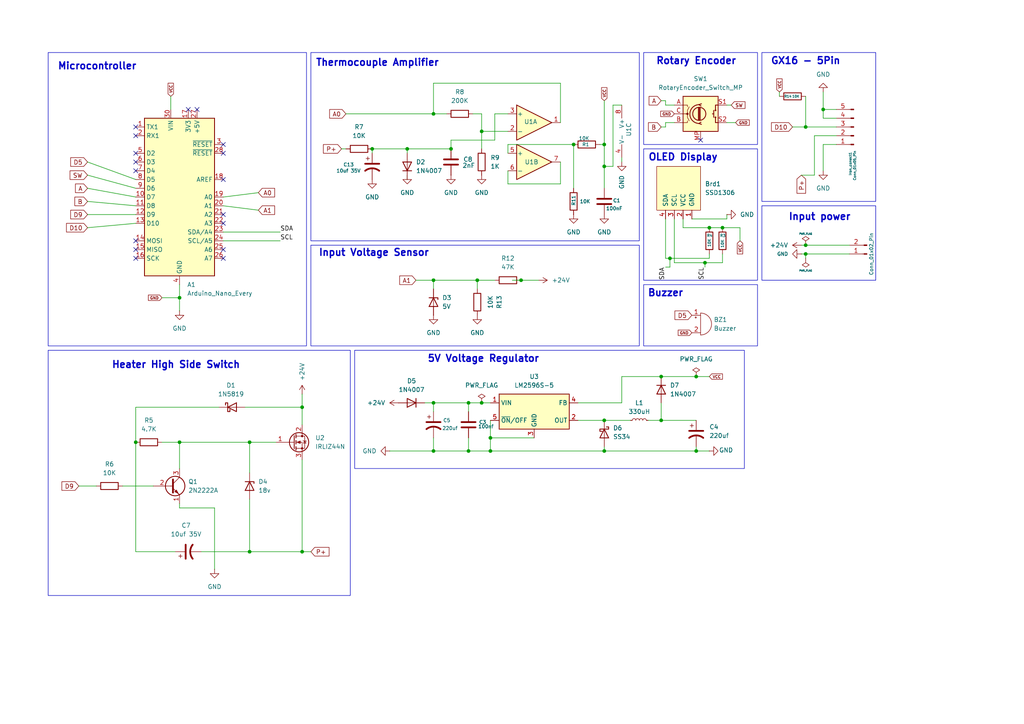
<source format=kicad_sch>
(kicad_sch (version 20231120) (generator "eeschema") (generator_version "8.0")
  (paper "A4")
  (title_block (title "InatorStation"))
  (lib_symbols
    (symbol "Amplifier_Operational:LM358" (pin_names (offset 0.127))
      (property "Reference" "U" (at 0 5.08 0))
      (property "Value" "LM358" (at 0 -5.08 0))
      (symbol "LM358_1_1"
        (pin output line (at 7.62 0 180) (length 2.54) (name "~") (number "1"))
        (pin input line (at -7.62 -2.54 0) (length 2.54) (name "-") (number "2"))
        (pin input line (at -7.62 2.54 0) (length 2.54) (name "+") (number "3"))
      )
      (symbol "LM358_2_1"
        (pin input line (at -7.62 2.54 0) (length 2.54) (name "+") (number "5"))
        (pin input line (at -7.62 -2.54 0) (length 2.54) (name "-") (number "6"))
        (pin output line (at 7.62 0 180) (length 2.54) (name "~") (number "7"))
      )
      (symbol "LM358_3_1"
        (pin power_in line (at -2.54 -7.62 90) (length 3.81) (name "V-") (number "4"))
        (pin power_in line (at -2.54 7.62 270) (length 3.81) (name "V+") (number "8"))
      )
    )
    (symbol "Connector:Conn_01x02_Pin" (pin_names (offset 1.016) hide)
      (property "Reference" "J" (at 0 2.54 0))
      (property "Value" "Conn_01x02_Pin" (at 0 -5.08 0))
      (symbol "Conn_01x02_Pin_1_1"
        (pin passive line (at 5.08 0 180) (length 3.81) (name "Pin_1") (number "1"))
        (pin passive line (at 5.08 -2.54 180) (length 3.81) (name "Pin_2") (number "2"))
      )
    )
    (symbol "Connector:Conn_01x05_Pin" (pin_names (offset 1.016) hide)
      (property "Reference" "J" (at 0 7.62 0))
      (property "Value" "Conn_01x05_Pin" (at 0 -7.62 0))
      (symbol "Conn_01x05_Pin_1_1"
        (pin passive line (at 5.08 5.08 180) (length 3.81) (name "Pin_1") (number "1"))
        (pin passive line (at 5.08 2.54 180) (length 3.81) (name "Pin_2") (number "2"))
        (pin passive line (at 5.08 0 180) (length 3.81) (name "Pin_3") (number "3"))
        (pin passive line (at 5.08 -2.54 180) (length 3.81) (name "Pin_4") (number "4"))
        (pin passive line (at 5.08 -5.08 180) (length 3.81) (name "Pin_5") (number "5"))
      )
    )
    (symbol "Device:Buzzer" (pin_names (offset 0.0254) hide)
      (property "Reference" "BZ" (at 3.81 1.27 0))
      (property "Value" "Buzzer" (at 3.81 -1.27 0))
      (symbol "Buzzer_1_1"
        (pin passive line (at -2.54 2.54 0) (length 2.54) (name "+") (number "1"))
        (pin passive line (at -2.54 -2.54 0) (length 2.54) (name "-") (number "2"))
      )
    )
    (symbol "Device:C" (pin_numbers hide) (pin_names (offset 0.254))
      (property "Reference" "C" (at 0.635 2.54 0))
      (property "Value" "C" (at 0.635 -2.54 0))
      (symbol "C_1_1"
        (pin passive line (at 0 3.81 270) (length 2.794) (name "~") (number "1"))
        (pin passive line (at 0 -3.81 90) (length 2.794) (name "~") (number "2"))
      )
    )
    (symbol "Device:C_Polarized_US" (pin_numbers hide) (pin_names (offset 0.254) hide)
      (property "Reference" "C" (at 0.635 2.54 0))
      (property "Value" "C_Polarized_US" (at 0.635 -2.54 0))
      (symbol "C_Polarized_US_1_1"
        (pin passive line (at 0 3.81 270) (length 2.794) (name "~") (number "1"))
        (pin passive line (at 0 -3.81 90) (length 3.302) (name "~") (number "2"))
      )
    )
    (symbol "Device:D_Zener" (pin_numbers hide) (pin_names (offset 1.016) hide)
      (property "Reference" "D" (at 0 2.54 0))
      (property "Value" "D_Zener" (at 0 -2.54 0))
      (symbol "D_Zener_1_1"
        (pin passive line (at -3.81 0 0) (length 2.54) (name "K") (number "1"))
        (pin passive line (at 3.81 0 180) (length 2.54) (name "A") (number "2"))
      )
    )
    (symbol "Device:L_Small" (pin_numbers hide) (pin_names (offset 0.254) hide)
      (property "Reference" "L" (at 0.762 1.016 0))
      (property "Value" "L_Small" (at 0.762 -1.016 0))
      (symbol "L_Small_1_1"
        (pin passive line (at 0 2.54 270) (length 0.508) (name "~") (number "1"))
        (pin passive line (at 0 -2.54 90) (length 0.508) (name "~") (number "2"))
      )
    )
    (symbol "Device:R" (pin_numbers hide) (pin_names (offset 0))
      (property "Reference" "R" (at 2.032 0 90))
      (property "Value" "R" (at 0 0 90))
      (symbol "R_1_1"
        (pin passive line (at 0 3.81 270) (length 1.27) (name "~") (number "1"))
        (pin passive line (at 0 -3.81 90) (length 1.27) (name "~") (number "2"))
      )
    )
    (symbol "Device:RotaryEncoder_Switch_MP" (pin_names (offset 0.254) hide)
      (property "Reference" "SW" (at 0 8.89 0))
      (property "Value" "RotaryEncoder_Switch_MP" (at 0 6.35 0))
      (symbol "RotaryEncoder_Switch_MP_1_1"
        (pin passive line (at -7.62 2.54 0) (length 2.54) (name "A") (number "A"))
        (pin passive line (at -7.62 -2.54 0) (length 2.54) (name "B") (number "B"))
        (pin passive line (at -7.62 0 0) (length 2.54) (name "C") (number "C"))
        (pin passive line (at 0 -7.62 90) (length 2.54) (name "MP") (number "MP"))
        (pin passive line (at 7.62 2.54 180) (length 2.54) (name "S1") (number "S1"))
        (pin passive line (at 7.62 -2.54 180) (length 2.54) (name "S2") (number "S2"))
      )
    )
    (symbol "Diode:1N4007" (pin_numbers hide) (pin_names hide)
      (property "Reference" "D" (at 0 2.54 0))
      (property "Value" "1N4007" (at 0 -2.54 0))
      (symbol "1N4007_1_1"
        (pin passive line (at -3.81 0 0) (length 2.54) (name "K") (number "1"))
        (pin passive line (at 3.81 0 180) (length 2.54) (name "A") (number "2"))
      )
    )
    (symbol "Diode:1N5819" (pin_numbers hide) (pin_names (offset 1.016) hide)
      (property "Reference" "D" (at 0 2.54 0))
      (property "Value" "1N5819" (at 0 -2.54 0))
      (symbol "1N5819_1_1"
        (pin passive line (at -3.81 0 0) (length 2.54) (name "K") (number "1"))
        (pin passive line (at 3.81 0 180) (length 2.54) (name "A") (number "2"))
      )
    )
    (symbol "Diode:B120-E3" (pin_numbers hide) (pin_names hide)
      (property "Reference" "D" (at 0 2.54 0))
      (property "Value" "B120-E3" (at 0 -2.54 0))
      (symbol "B120-E3_1_1"
        (pin passive line (at -3.81 0 0) (length 2.54) (name "K") (number "1"))
        (pin passive line (at 3.81 0 180) (length 2.54) (name "A") (number "2"))
      )
    )
    (symbol "LM358_1" (pin_names (offset 0.127))
      (property "Reference" "U" (at 0 5.08 0))
      (property "Value" "LM358" (at 0 -5.08 0))
      (symbol "LM358_1_1_1"
        (pin output line (at 7.62 0 180) (length 2.54) (name "~") (number "1"))
        (pin input line (at -7.62 -2.54 0) (length 2.54) (name "-") (number "2"))
        (pin input line (at -7.62 2.54 0) (length 2.54) (name "+") (number "3"))
      )
      (symbol "LM358_1_2_1"
        (pin input line (at -7.62 2.54 0) (length 2.54) (name "+") (number "5"))
        (pin input line (at -7.62 -2.54 0) (length 2.54) (name "-") (number "6"))
        (pin output line (at 7.62 0 180) (length 2.54) (name "~") (number "7"))
      )
      (symbol "LM358_1_3_1"
        (pin power_in line (at -2.54 -7.62 90) (length 3.81) (name "V-") (number "4"))
        (pin power_in line (at -2.54 7.62 270) (length 3.81) (name "V+") (number "8"))
      )
    )
    (symbol "MCU_Module:Arduino_Nano_Every"
      (property "Reference" "A" (at -10.16 23.495 0))
      (property "Value" "Arduino_Nano_Every" (at 5.08 -24.13 0))
      (symbol "Arduino_Nano_Every_1_1"
        (pin bidirectional line (at -12.7 20.32 0) (length 2.54) (name "TX1") (number "1"))
        (pin bidirectional line (at -12.7 0 0) (length 2.54) (name "D7") (number "10"))
        (pin bidirectional line (at -12.7 -2.54 0) (length 2.54) (name "D8") (number "11"))
        (pin bidirectional line (at -12.7 -5.08 0) (length 2.54) (name "D9") (number "12"))
        (pin bidirectional line (at -12.7 -7.62 0) (length 2.54) (name "D10") (number "13"))
        (pin bidirectional line (at -12.7 -12.7 0) (length 2.54) (name "MOSI") (number "14"))
        (pin bidirectional line (at -12.7 -15.24 0) (length 2.54) (name "MISO") (number "15"))
        (pin bidirectional line (at -12.7 -17.78 0) (length 2.54) (name "SCK") (number "16"))
        (pin power_out line (at 2.54 25.4 270) (length 2.54) (name "3V3") (number "17"))
        (pin input line (at 12.7 5.08 180) (length 2.54) (name "AREF") (number "18"))
        (pin bidirectional line (at 12.7 0 180) (length 2.54) (name "A0") (number "19"))
        (pin bidirectional line (at -12.7 17.78 0) (length 2.54) (name "RX1") (number "2"))
        (pin bidirectional line (at 12.7 -2.54 180) (length 2.54) (name "A1") (number "20"))
        (pin bidirectional line (at 12.7 -5.08 180) (length 2.54) (name "A2") (number "21"))
        (pin bidirectional line (at 12.7 -7.62 180) (length 2.54) (name "A3") (number "22"))
        (pin bidirectional line (at 12.7 -10.16 180) (length 2.54) (name "SDA/A4") (number "23"))
        (pin bidirectional line (at 12.7 -12.7 180) (length 2.54) (name "SCL/A5") (number "24"))
        (pin bidirectional line (at 12.7 -15.24 180) (length 2.54) (name "A6") (number "25"))
        (pin bidirectional line (at 12.7 -17.78 180) (length 2.54) (name "A7") (number "26"))
        (pin power_out line (at 5.08 25.4 270) (length 2.54) (name "+5V") (number "27"))
        (pin input line (at 12.7 12.7 180) (length 2.54) (name "~{RESET}") (number "28"))
        (pin passive line (at 0 -25.4 90) (length 2.54) hide (name "GND") (number "29"))
        (pin input line (at 12.7 15.24 180) (length 2.54) (name "~{RESET}") (number "3"))
        (pin power_in line (at -2.54 25.4 270) (length 2.54) (name "VIN") (number "30"))
        (pin power_in line (at 0 -25.4 90) (length 2.54) (name "GND") (number "4"))
        (pin bidirectional line (at -12.7 12.7 0) (length 2.54) (name "D2") (number "5"))
        (pin bidirectional line (at -12.7 10.16 0) (length 2.54) (name "D3") (number "6"))
        (pin bidirectional line (at -12.7 7.62 0) (length 2.54) (name "D4") (number "7"))
        (pin bidirectional line (at -12.7 5.08 0) (length 2.54) (name "D5") (number "8"))
        (pin bidirectional line (at -12.7 2.54 0) (length 2.54) (name "D6") (number "9"))
      )
    )
    (symbol "Regulator_Switching:LM2596S-5"
      (property "Reference" "U" (at -10.16 6.35 0))
      (property "Value" "LM2596S-5" (at 0 6.35 0))
      (symbol "LM2596S-5_1_1"
        (pin power_in line (at -12.7 2.54 0) (length 2.54) (name "VIN") (number "1"))
        (pin output line (at 12.7 -2.54 180) (length 2.54) (name "OUT") (number "2"))
        (pin power_in line (at 0 -7.62 90) (length 2.54) (name "GND") (number "3"))
        (pin input line (at 12.7 2.54 180) (length 2.54) (name "FB") (number "4"))
        (pin input line (at -12.7 -2.54 0) (length 2.54) (name "~{ON}/OFF") (number "5"))
      )
    )
    (symbol "SSD1306-128x64_OLED:SSD1306" (pin_names (offset 1.016))
      (property "Reference" "Brd" (at 0 -3.81 0))
      (property "Value" "SSD1306" (at 0 -1.27 0))
      (symbol "SSD1306_1_1"
        (pin input line (at -3.81 8.89 270) (length 2.54) (name "GND") (number "1"))
        (pin input line (at -1.27 8.89 270) (length 2.54) (name "VCC") (number "2"))
        (pin input line (at 1.27 8.89 270) (length 2.54) (name "SCL") (number "3"))
        (pin input line (at 3.81 8.89 270) (length 2.54) (name "SDA") (number "4"))
      )
    )
    (symbol "Transistor_BJT:PN2222A" (pin_names (offset 0) hide)
      (property "Reference" "Q" (at 5.08 1.905 0))
      (property "Value" "PN2222A" (at 5.08 0 0))
      (symbol "PN2222A_1_1"
        (pin passive line (at 2.54 -5.08 90) (length 2.54) (name "E") (number "1"))
        (pin input line (at -5.08 0 0) (length 5.08) (name "B") (number "2"))
        (pin passive line (at 2.54 5.08 270) (length 2.54) (name "C") (number "3"))
      )
    )
    (symbol "Transistor_FET:IRLIZ44N" (pin_names hide)
      (property "Reference" "Q" (at 5.08 1.905 0))
      (property "Value" "IRLIZ44N" (at 5.08 0 0))
      (symbol "IRLIZ44N_1_1"
        (pin input line (at -5.08 0 0) (length 2.54) (name "G") (number "1"))
        (pin passive line (at 2.54 5.08 270) (length 2.54) (name "D") (number "2"))
        (pin passive line (at 2.54 -5.08 90) (length 2.54) (name "S") (number "3"))
      )
    )
    (symbol "power:+24V" (power) (pin_numbers hide) (pin_names (offset 0) hide)
      (property "Value" "+24V" (at 0 3.556 0))
      (symbol "+24V_1_1"
        (pin power_in line (at 0 0 90) (length 0) (name "~") (number "1"))
      )
    )
    (symbol "power:GND" (power) (pin_numbers hide) (pin_names (offset 0) hide)
      (property "Value" "GND" (at 0 -3.81 0))
      (symbol "GND_1_1"
        (pin power_in line (at 0 0 270) (length 0) (name "~") (number "1"))
      )
    )
    (symbol "power:PWR_FLAG" (power) (pin_numbers hide) (pin_names (offset 0) hide)
      (property "Value" "PWR_FLAG" (at 0 3.81 0))
      (symbol "PWR_FLAG_0_0"
        (pin power_out line (at 0 0 90) (length 0) (name "~") (number "1"))
      )
    )
  )
  (junction (at 87.63 118.11))
  (junction (at 175.26 48.26))
  (junction (at 87.63 160.02))
  (junction (at 52.07 128.27))
  (junction (at 166.37 41.91))
  (junction (at 130.81 43.18))
  (junction (at 175.26 41.91))
  (junction (at 72.39 128.27))
  (junction (at 142.24 130.81))
  (junction (at 175.26 121.92))
  (junction (at 125.73 116.84))
  (junction (at 125.73 130.81))
  (junction (at 125.73 81.28))
  (junction (at 107.95 43.18))
  (junction (at 201.93 130.81))
  (junction (at 39.37 128.27))
  (junction (at 135.89 116.84))
  (junction (at 135.89 130.81))
  (junction (at 233.68 73.66))
  (junction (at 118.11 43.18))
  (junction (at 233.68 36.83))
  (junction (at 175.26 130.81))
  (junction (at 125.73 33.02))
  (junction (at 142.24 127))
  (junction (at 52.07 86.36))
  (junction (at 191.77 121.92))
  (junction (at 191.77 109.22))
  (junction (at 138.43 81.28))
  (junction (at 205.74 66.04))
  (junction (at 233.68 71.12))
  (junction (at 139.7 116.84))
  (junction (at 139.7 38.1))
  (junction (at 201.93 109.22))
  (junction (at 204.47 76.2))
  (junction (at 151.13 81.28))
  (junction (at 72.39 160.02))
  (junction (at 209.55 66.04))
  (junction (at 238.76 31.75))
  (junction (at 194.31 74.93))
  (no_connect (at 39.37 39.37))
  (no_connect (at 64.77 41.91))
  (no_connect (at 64.77 62.23))
  (no_connect (at 64.77 64.77))
  (no_connect (at 39.37 36.83))
  (no_connect (at 54.61 31.75))
  (no_connect (at 64.77 52.07))
  (no_connect (at 39.37 46.99))
  (no_connect (at 64.77 72.39))
  (no_connect (at 39.37 74.93))
  (no_connect (at 39.37 72.39))
  (no_connect (at 203.2 40.64))
  (no_connect (at 39.37 49.53))
  (no_connect (at 39.37 69.85))
  (no_connect (at 57.15 31.75))
  (no_connect (at 64.77 74.93))
  (no_connect (at 64.77 44.45))
  (no_connect (at 39.37 44.45))
  (wire (pts (xy 242.57 41.91) (xy 238.76 41.91)))
  (wire (pts (xy 39.37 128.27) (xy 39.37 160.02)))
  (wire (pts (xy 125.73 81.28) (xy 138.43 81.28)))
  (wire (pts (xy 107.95 43.18) (xy 107.95 44.45)))
  (wire (pts (xy 72.39 160.02) (xy 87.63 160.02)))
  (wire (pts (xy 35.56 140.97) (xy 44.45 140.97)))
  (wire (pts (xy 191.77 36.83) (xy 193.04 36.83)))
  (wire (pts (xy 125.73 130.81) (xy 135.89 130.81)))
  (wire (pts (xy 167.64 121.92) (xy 175.26 121.92)))
  (wire (pts (xy 62.23 147.32) (xy 62.23 165.1)))
  (wire (pts (xy 233.68 73.66) (xy 246.38 73.66)))
  (wire (pts (xy 64.77 59.69) (xy 74.93 60.96)))
  (wire (pts (xy 107.95 43.18) (xy 118.11 43.18)))
  (wire (pts (xy 238.76 31.75) (xy 242.57 31.75)))
  (wire (pts (xy 62.23 147.32) (xy 52.07 147.32)))
  (wire (pts (xy 52.07 147.32) (xy 52.07 146.05)))
  (wire (pts (xy 166.37 41.91) (xy 166.37 54.61)))
  (wire (pts (xy 143.51 33.02) (xy 143.51 40.64)))
  (wire (pts (xy 130.81 40.64) (xy 130.81 43.18)))
  (wire (pts (xy 232.41 73.66) (xy 233.68 73.66)))
  (wire (pts (xy 173.99 41.91) (xy 175.26 41.91)))
  (wire (pts (xy 52.07 90.17) (xy 52.07 86.36)))
  (wire (pts (xy 233.68 73.66) (xy 233.68 74.93)))
  (wire (pts (xy 193.04 36.83) (xy 193.04 35.56)))
  (wire (pts (xy 205.74 74.93) (xy 205.74 73.66)))
  (wire (pts (xy 233.68 36.83) (xy 242.57 36.83)))
  (wire (pts (xy 25.4 54.61) (xy 39.37 57.15)))
  (wire (pts (xy 233.68 71.12) (xy 246.38 71.12)))
  (wire (pts (xy 201.93 109.22) (xy 205.74 109.22)))
  (wire (pts (xy 87.63 118.11) (xy 87.63 123.19)))
  (wire (pts (xy 52.07 86.36) (xy 52.07 82.55)))
  (wire (pts (xy 191.77 116.84) (xy 191.77 121.92)))
  (wire (pts (xy 201.93 130.81) (xy 201.93 129.54)))
  (wire (pts (xy 236.22 50.8) (xy 236.22 39.37)))
  (wire (pts (xy 49.53 27.94) (xy 49.53 31.75)))
  (wire (pts (xy 193.04 35.56) (xy 195.58 35.56)))
  (wire (pts (xy 182.88 121.92) (xy 175.26 121.92)))
  (wire (pts (xy 195.58 76.2) (xy 204.47 76.2)))
  (wire (pts (xy 100.33 33.02) (xy 125.73 33.02)))
  (wire (pts (xy 52.07 128.27) (xy 52.07 135.89)))
  (wire (pts (xy 191.77 29.21) (xy 193.04 29.21)))
  (wire (pts (xy 180.34 116.84) (xy 180.34 109.22)))
  (wire (pts (xy 58.42 160.02) (xy 72.39 160.02)))
  (wire (pts (xy 180.34 109.22) (xy 191.77 109.22)))
  (wire (pts (xy 39.37 160.02) (xy 50.8 160.02)))
  (wire (pts (xy 226.06 26.67) (xy 226.06 27.94)))
  (wire (pts (xy 209.55 66.04) (xy 214.63 66.04)))
  (wire (pts (xy 175.26 41.91) (xy 175.26 48.26)))
  (wire (pts (xy 81.28 67.31) (xy 64.77 67.31)))
  (wire (pts (xy 25.4 58.42) (xy 39.37 59.69)))
  (wire (pts (xy 193.04 63.5) (xy 193.04 74.93)))
  (wire (pts (xy 205.74 66.04) (xy 209.55 66.04)))
  (wire (pts (xy 143.51 40.64) (xy 130.81 40.64)))
  (wire (pts (xy 25.4 46.99) (xy 39.37 52.07)))
  (wire (pts (xy 162.56 24.13) (xy 162.56 35.56)))
  (wire (pts (xy 198.12 66.04) (xy 205.74 66.04)))
  (wire (pts (xy 71.12 118.11) (xy 87.63 118.11)))
  (wire (pts (xy 72.39 128.27) (xy 80.01 128.27)))
  (wire (pts (xy 193.04 74.93) (xy 194.31 74.93)))
  (wire (pts (xy 187.96 121.92) (xy 191.77 121.92)))
  (wire (pts (xy 39.37 118.11) (xy 63.5 118.11)))
  (wire (pts (xy 142.24 127) (xy 142.24 130.81)))
  (wire (pts (xy 142.24 121.92) (xy 142.24 127)))
  (wire (pts (xy 125.73 24.13) (xy 162.56 24.13)))
  (wire (pts (xy 135.89 116.84) (xy 135.89 119.38)))
  (wire (pts (xy 210.82 35.56) (xy 213.36 35.56)))
  (wire (pts (xy 177.8 30.48) (xy 177.8 48.26)))
  (wire (pts (xy 39.37 118.11) (xy 39.37 128.27)))
  (wire (pts (xy 25.4 50.8) (xy 39.37 54.61)))
  (wire (pts (xy 147.32 53.34) (xy 147.32 49.53)))
  (wire (pts (xy 204.47 76.2) (xy 209.55 76.2)))
  (wire (pts (xy 125.73 81.28) (xy 125.73 83.82)))
  (wire (pts (xy 25.4 62.23) (xy 39.37 62.23)))
  (wire (pts (xy 135.89 116.84) (xy 139.7 116.84)))
  (wire (pts (xy 46.99 128.27) (xy 52.07 128.27)))
  (wire (pts (xy 177.8 48.26) (xy 175.26 48.26)))
  (wire (pts (xy 64.77 57.15) (xy 74.93 55.88)))
  (wire (pts (xy 25.4 66.04) (xy 39.37 64.77)))
  (wire (pts (xy 125.73 127) (xy 125.73 130.81)))
  (wire (pts (xy 175.26 129.54) (xy 175.26 130.81)))
  (wire (pts (xy 72.39 144.78) (xy 72.39 160.02)))
  (wire (pts (xy 125.73 116.84) (xy 135.89 116.84)))
  (wire (pts (xy 238.76 41.91) (xy 238.76 49.53)))
  (wire (pts (xy 123.19 116.84) (xy 125.73 116.84)))
  (wire (pts (xy 204.47 76.2) (xy 204.47 77.47)))
  (wire (pts (xy 130.81 43.18) (xy 118.11 43.18)))
  (wire (pts (xy 135.89 127) (xy 135.89 130.81)))
  (wire (pts (xy 200.66 63.5) (xy 210.82 63.5)))
  (wire (pts (xy 139.7 116.84) (xy 142.24 116.84)))
  (wire (pts (xy 175.26 29.21) (xy 175.26 41.91)))
  (wire (pts (xy 162.56 53.34) (xy 162.56 46.99)))
  (wire (pts (xy 212.09 30.48) (xy 210.82 30.48)))
  (wire (pts (xy 52.07 128.27) (xy 72.39 128.27)))
  (wire (pts (xy 147.32 33.02) (xy 143.51 33.02)))
  (wire (pts (xy 238.76 31.75) (xy 238.76 26.67)))
  (wire (pts (xy 193.04 30.48) (xy 195.58 30.48)))
  (wire (pts (xy 148.59 81.28) (xy 151.13 81.28)))
  (wire (pts (xy 125.73 33.02) (xy 125.73 24.13)))
  (wire (pts (xy 87.63 114.3) (xy 87.63 118.11)))
  (wire (pts (xy 87.63 133.35) (xy 87.63 160.02)))
  (wire (pts (xy 167.64 116.84) (xy 180.34 116.84)))
  (wire (pts (xy 232.41 71.12) (xy 233.68 71.12)))
  (wire (pts (xy 193.04 77.47) (xy 194.31 77.47)))
  (wire (pts (xy 138.43 81.28) (xy 143.51 81.28)))
  (wire (pts (xy 195.58 63.5) (xy 195.58 76.2)))
  (wire (pts (xy 139.7 38.1) (xy 139.7 43.18)))
  (wire (pts (xy 214.63 66.04) (xy 214.63 69.85)))
  (wire (pts (xy 81.28 69.85) (xy 64.77 69.85)))
  (wire (pts (xy 120.65 81.28) (xy 125.73 81.28)))
  (wire (pts (xy 232.41 50.8) (xy 236.22 50.8)))
  (wire (pts (xy 118.11 44.45) (xy 118.11 43.18)))
  (wire (pts (xy 175.26 48.26) (xy 175.26 54.61)))
  (wire (pts (xy 201.93 130.81) (xy 205.74 130.81)))
  (wire (pts (xy 125.73 33.02) (xy 129.54 33.02)))
  (wire (pts (xy 87.63 160.02) (xy 90.17 160.02)))
  (wire (pts (xy 147.32 53.34) (xy 162.56 53.34)))
  (wire (pts (xy 118.11 52.07) (xy 118.11 50.8)))
  (wire (pts (xy 147.32 38.1) (xy 139.7 38.1)))
  (wire (pts (xy 142.24 130.81) (xy 175.26 130.81)))
  (wire (pts (xy 175.26 130.81) (xy 201.93 130.81)))
  (wire (pts (xy 135.89 130.81) (xy 142.24 130.81)))
  (wire (pts (xy 210.82 63.5) (xy 210.82 62.23)))
  (wire (pts (xy 99.06 43.18) (xy 100.33 43.18)))
  (wire (pts (xy 22.86 140.97) (xy 27.94 140.97)))
  (wire (pts (xy 125.73 116.84) (xy 125.73 119.38)))
  (wire (pts (xy 46.99 86.36) (xy 52.07 86.36)))
  (wire (pts (xy 233.68 27.94) (xy 233.68 36.83)))
  (wire (pts (xy 113.03 130.81) (xy 125.73 130.81)))
  (wire (pts (xy 238.76 34.29) (xy 238.76 31.75)))
  (wire (pts (xy 137.16 33.02) (xy 139.7 33.02)))
  (wire (pts (xy 242.57 34.29) (xy 238.76 34.29)))
  (wire (pts (xy 142.24 127) (xy 154.94 127)))
  (wire (pts (xy 151.13 81.28) (xy 156.21 81.28)))
  (wire (pts (xy 193.04 29.21) (xy 193.04 30.48)))
  (wire (pts (xy 180.34 30.48) (xy 177.8 30.48)))
  (wire (pts (xy 191.77 109.22) (xy 201.93 109.22)))
  (wire (pts (xy 198.12 63.5) (xy 198.12 66.04)))
  (wire (pts (xy 180.34 46.99) (xy 180.34 45.72)))
  (wire (pts (xy 229.87 36.83) (xy 233.68 36.83)))
  (wire (pts (xy 72.39 128.27) (xy 72.39 137.16)))
  (wire (pts (xy 194.31 77.47) (xy 194.31 74.93)))
  (wire (pts (xy 209.55 76.2) (xy 209.55 73.66)))
  (wire (pts (xy 138.43 83.82) (xy 138.43 81.28)))
  (wire (pts (xy 191.77 121.92) (xy 201.93 121.92)))
  (wire (pts (xy 139.7 33.02) (xy 139.7 38.1)))
  (wire (pts (xy 147.32 44.45) (xy 147.32 41.91)))
  (wire (pts (xy 194.31 74.93) (xy 205.74 74.93)))
  (wire (pts (xy 236.22 39.37) (xy 242.57 39.37)))
  (wire (pts (xy 147.32 41.91) (xy 166.37 41.91)))
  (rectangle (start 186.69 82.55) (end 219.71 100.33))
  (rectangle (start 90.17 15.24) (end 185.42 69.85))
  (rectangle (start 186.69 15.24) (end 219.71 41.91))
  (rectangle (start 220.98 59.69) (end 254 81.28))
  (rectangle (start 13.97 15.24) (end 88.9 100.33))
  (rectangle (start 13.97 101.6) (end 101.6 172.72))
  (rectangle (start 102.87 101.6) (end 215.9 135.89))
  (rectangle (start 220.98 15.24) (end 254 58.42))
  (rectangle (start 90.17 71.12) (end 185.42 100.33))
  (rectangle (start 186.69 43.18) (end 219.71 81.28))
  (text "Rotary Encoder" (at 201.93 17.78 0) (effects (font (size 2 2) (thickness 0.4) (bold yes))))
  (text "Microcontroller" (at 28.194 19.304 0) (effects (font (size 2 2) (thickness 0.4) (bold yes))))
  (text "Thermocouple Amplifier" (at 109.474 18.288 0) (effects (font (size 2 2) (thickness 0.4) (bold yes))))
  (text "GX16 - 5Pin" (at 233.68 17.78 0) (effects (font (size 2 2) (thickness 0.4) (bold yes))))
  (text "OLED Display" (at 198.12 45.72 0) (effects (font (size 2 2) (thickness 0.4) (bold yes))))
  (text "Buzzer" (at 193.04 85.09 0) (effects (font (size 2 2) (thickness 0.4) (bold yes))))
  (text "Heater High Side Switch" (at 51.054 105.918 0) (effects (font (size 2 2) (thickness 0.4) (bold yes))))
  (text "5V Voltage Regulator" (at 140.208 104.14 0) (effects (font (size 2 2) (thickness 0.4) (bold yes))))
  (text "Input power" (at 237.744 62.992 0) (effects (font (size 2 2) (thickness 0.4) (bold yes))))
  (text "Input Voltage Sensor" (at 108.458 73.406 0) (effects (font (size 2 2) (thickness 0.4) (bold yes))))
  (label "SCL" (at 81.28 69.85 0))
  (label "SDA" (at 81.28 67.31 0))
  (label "SDA" (at 193.04 77.47 270))
  (label "SCL" (at 204.47 77.47 270))
  (global_label "SW" (shape input) (at 212.09 30.48 0) (effects (font (size 1 1))) (property "Intersheetrefs" "${INTERSHEET_REFS}" (effects (hide yes))))
  (global_label "GND" (shape input) (at 195.58 33.02 180) (effects (font (size 0.8 0.8))) (property "Intersheetrefs" "${INTERSHEET_REFS}" (effects (hide yes))))
  (global_label "GND" (shape input) (at 200.66 96.52 180) (effects (font (size 0.8 0.8))) (property "Intersheetrefs" "${INTERSHEET_REFS}" (effects (hide yes))))
  (global_label "D5" (shape input) (at 25.4 46.99 180) (property "Intersheetrefs" "${INTERSHEET_REFS}" (effects (hide yes))))
  (global_label "SW" (shape input) (at 25.4 50.8 180) (property "Intersheetrefs" "${INTERSHEET_REFS}" (effects (hide yes))))
  (global_label "A" (shape input) (at 191.77 29.21 180) (property "Intersheetrefs" "${INTERSHEET_REFS}" (effects (hide yes))))
  (global_label "B" (shape input) (at 191.77 36.83 180) (property "Intersheetrefs" "${INTERSHEET_REFS}" (effects (hide yes))))
  (global_label "A0" (shape input) (at 74.93 55.88 0) (property "Intersheetrefs" "${INTERSHEET_REFS}" (effects (hide yes))))
  (global_label "VCC" (shape input) (at 205.74 109.22 0) (effects (font (size 0.8 0.8))) (property "Intersheetrefs" "${INTERSHEET_REFS}" (effects (hide yes))))
  (global_label "A1" (shape input) (at 74.93 60.96 0) (property "Intersheetrefs" "${INTERSHEET_REFS}" (effects (hide yes))))
  (global_label "D10" (shape input) (at 229.87 36.83 180) (property "Intersheetrefs" "${INTERSHEET_REFS}" (effects (hide yes))))
  (global_label "GND" (shape input) (at 213.36 35.56 0) (effects (font (size 0.8 0.8))) (property "Intersheetrefs" "${INTERSHEET_REFS}" (effects (hide yes))))
  (global_label "P+" (shape input) (at 99.06 43.18 180) (property "Intersheetrefs" "${INTERSHEET_REFS}" (effects (hide yes))))
  (global_label "P+" (shape input) (at 232.41 50.8 270) (property "Intersheetrefs" "${INTERSHEET_REFS}" (effects (hide yes))))
  (global_label "P+" (shape input) (at 90.17 160.02 0) (property "Intersheetrefs" "${INTERSHEET_REFS}" (effects (hide yes))))
  (global_label "A0" (shape input) (at 100.33 33.02 180) (property "Intersheetrefs" "${INTERSHEET_REFS}" (effects (hide yes))))
  (global_label "B" (shape input) (at 25.4 58.42 180) (property "Intersheetrefs" "${INTERSHEET_REFS}" (effects (hide yes))))
  (global_label "D10" (shape input) (at 25.4 66.04 180) (property "Intersheetrefs" "${INTERSHEET_REFS}" (effects (hide yes))))
  (global_label "VCC" (shape input) (at 175.26 29.21 90) (effects (font (size 0.8 0.8))) (property "Intersheetrefs" "${INTERSHEET_REFS}" (effects (hide yes))))
  (global_label "D9" (shape input) (at 25.4 62.23 180) (property "Intersheetrefs" "${INTERSHEET_REFS}" (effects (hide yes))))
  (global_label "GND" (shape input) (at 46.99 86.36 180) (effects (font (size 0.8 0.8))) (property "Intersheetrefs" "${INTERSHEET_REFS}" (effects (hide yes))))
  (global_label "D9" (shape input) (at 22.86 140.97 180) (property "Intersheetrefs" "${INTERSHEET_REFS}" (effects (hide yes))))
  (global_label "VCC" (shape input) (at 226.06 26.67 90) (effects (font (size 0.8 0.8))) (property "Intersheetrefs" "${INTERSHEET_REFS}" (effects (hide yes))))
  (global_label "D5" (shape input) (at 200.66 91.44 180) (property "Intersheetrefs" "${INTERSHEET_REFS}" (effects (hide yes))))
  (global_label "A" (shape input) (at 25.4 54.61 180) (property "Intersheetrefs" "${INTERSHEET_REFS}" (effects (hide yes))))
  (global_label "A1" (shape input) (at 120.65 81.28 180) (property "Intersheetrefs" "${INTERSHEET_REFS}" (effects (hide yes))))
  (global_label "VCC" (shape input) (at 214.63 69.85 270) (effects (font (size 0.8 0.8))) (property "Intersheetrefs" "${INTERSHEET_REFS}" (effects (hide yes))))
  (global_label "VCC" (shape input) (at 49.53 27.94 90) (effects (font (size 0.8 0.8))) (property "Intersheetrefs" "${INTERSHEET_REFS}" (effects (hide yes))))
  (symbol (lib_id "Device:C") (at 135.89 123.19 0) (unit 1)
    (property "Reference" "C3" (at 138.938 122.428 0) (effects (font (size 1 1)) (justify left)))
    (property "Value" "100nf" (at 138.684 123.698 0) (effects (font (size 1 1)) (justify left)))
    (property "Footprint" "Capacitor_SMD:C_1206_3216Metric" (effects (hide yes)))
    (property "Description" "Unpolarized capacitor" (effects (hide yes)))
  )
  (symbol (lib_id "Device:R") (at 170.18 41.91 90) (unit 1)
    (property "Reference" "R1" (at 170.942 41.91 90) (effects (font (size 1 1)) (justify left)))
    (property "Value" "10K" (at 170.942 40.132 90) (effects (font (size 1 1)) (justify left)))
    (property "Footprint" "Resistor_SMD:R_1206_3216Metric" (effects (hide yes)))
    (property "Description" "Resistor" (effects (hide yes)))
  )
  (symbol (lib_id "power:GND") (at 139.7 50.8 0) (unit 1)
    (property "Reference" "#PWR012" (effects (hide yes)))
    (property "Value" "GND" (at 139.7 55.88 0))
    (property "Description" "Power symbol creates a global label with name \"GND\" , ground" (effects (hide yes)))
  )
  (symbol (lib_id "power:GND") (at 113.03 130.81 270) (unit 1)
    (property "Reference" "#PWR02" (effects (hide yes)))
    (property "Value" "GND" (at 109.22 130.8099 90) (effects (justify right)))
    (property "Description" "Power symbol creates a global label with name \"GND\" , ground" (effects (hide yes)))
  )
  (symbol (lib_id "Device:R") (at 138.43 87.63 180) (unit 1)
    (property "Reference" "R13" (at 144.78 87.63 90))
    (property "Value" "10K" (at 142.24 87.63 90))
    (property "Footprint" "Resistor_SMD:R_1206_3216Metric" (effects (hide yes)))
    (property "Description" "Resistor" (effects (hide yes)))
  )
  (symbol (lib_id "power:GND") (at 210.82 62.23 90) (unit 1)
    (property "Reference" "#PWR018" (effects (hide yes)))
    (property "Value" "GND" (at 214.63 62.2299 90) (effects (justify right)))
    (property "Description" "Power symbol creates a global label with name \"GND\" , ground" (effects (hide yes)))
  )
  (symbol (lib_id "Device:C") (at 130.81 46.99 0) (unit 1)
    (property "Reference" "C8" (at 134.366 46.228 0) (effects (justify left)))
    (property "Value" "2nF" (at 134.112 48.006 0) (effects (justify left)))
    (property "Footprint" "Capacitor_SMD:C_1206_3216Metric" (effects (hide yes)))
    (property "Description" "Unpolarized capacitor" (effects (hide yes)))
  )
  (symbol (lib_id "Diode:B120-E3") (at 175.26 125.73 270) (unit 1)
    (property "Reference" "D6" (at 177.8 124.1424 90) (effects (justify left)))
    (property "Value" "SS34" (at 177.8 126.6824 90) (effects (justify left)))
    (property "Footprint" "Diode_SMD:D_SMA" (effects (hide yes)))
    (property "Datasheet" "http://www.vishay.com/docs/88946/b120.pdf" (effects (hide yes)))
    (property "Description" "20V 1A Schottky Barrier Rectifier Diode, SMA(DO-214AC)" (effects (hide yes)))
  )
  (symbol (lib_id "power:GND") (at 238.76 26.67 180) (unit 1)
    (property "Reference" "#PWR023" (effects (hide yes)))
    (property "Value" "GND" (at 238.76 21.59 0))
    (property "Description" "Power symbol creates a global label with name \"GND\" , ground" (effects (hide yes)))
  )
  (symbol (lib_id "power:GND") (at 175.26 62.23 0) (unit 1)
    (property "Reference" "#PWR021" (effects (hide yes)))
    (property "Value" "GND" (at 175.26 67.31 0))
    (property "Description" "Power symbol creates a global label with name \"GND\" , ground" (effects (hide yes)))
  )
  (symbol (lib_id "MCU_Module:Arduino_Nano_Every") (at 52.07 57.15 0) (unit 1)
    (property "Reference" "A1" (at 54.2641 82.55 0) (effects (justify left)))
    (property "Value" "Arduino_Nano_Every" (at 54.2641 85.09 0) (effects (justify left)))
    (property "Footprint" "Module:Arduino_Nano" (effects (hide yes)))
    (property "Datasheet" "https://content.arduino.cc/assets/NANOEveryV3.0_sch.pdf" (effects (hide yes)))
    (property "Description" "Arduino Nano Every" (effects (hide yes)))
  )
  (symbol (lib_id "power:GND") (at 118.11 50.8 0) (unit 1)
    (property "Reference" "#PWR010" (effects (hide yes)))
    (property "Value" "GND" (at 118.11 55.88 0))
    (property "Description" "Power symbol creates a global label with name \"GND\" , ground" (effects (hide yes)))
  )
  (symbol (lib_id "power:GND") (at 205.74 130.81 90) (unit 1)
    (property "Reference" "#PWR014" (effects (hide yes)))
    (property "Value" "GND" (at 208.534 130.556 90) (effects (justify right)))
    (property "Description" "Power symbol creates a global label with name \"GND\" , ground" (effects (hide yes)))
  )
  (symbol (lib_id "Diode:1N4007") (at 118.11 48.26 90) (unit 1)
    (property "Reference" "D2" (at 120.65 46.9899 90) (effects (justify right)))
    (property "Value" "1N4007" (at 120.65 49.5299 90) (effects (justify right)))
    (property "Footprint" "Diode_SMD:D_SMA" (effects (hide yes)))
    (property "Datasheet" "http://www.vishay.com/docs/88503/1n4001.pdf" (effects (hide yes)))
    (property "Description" "1000V 1A General Purpose Rectifier Diode, DO-41" (effects (hide yes)))
    (property "Sim.Device" "D" (effects (hide yes)))
    (property "Sim.Pins" "1=K 2=A" (effects (hide yes)))
  )
  (symbol (lib_id "power:GND") (at 130.81 50.8 0) (unit 1)
    (property "Reference" "#PWR011" (effects (hide yes)))
    (property "Value" "GND" (at 130.81 55.88 0))
    (property "Description" "Power symbol creates a global label with name \"GND\" , ground" (effects (hide yes)))
  )
  (symbol (lib_id "Device:D_Zener") (at 72.39 140.97 270) (unit 1)
    (property "Reference" "D4" (at 74.93 139.6999 90) (effects (justify left)))
    (property "Value" "18v" (at 74.93 142.2399 90) (effects (justify left)))
    (property "Footprint" "Diode_SMD:D_MiniMELF_Handsoldering" (effects (hide yes)))
    (property "Description" "Zener diode" (effects (hide yes)))
  )
  (symbol (lib_id "Connector:Conn_01x05_Pin") (at 247.65 36.83 180) (unit 1)
    (property "Reference" "Iron_conect1" (at 246.634 47.498 90) (effects (font (size 0.7 0.7))))
    (property "Value" "Conn_01x05_Pin" (at 247.904 48.006 90) (effects (font (size 0.7 0.7))))
    (property "Footprint" "TerminalBlock_MetzConnect:TerminalBlock_MetzConnect_Type101_RT01605HBWC_1x05_P5.08mm_Horizontal" (effects (hide yes)))
    (property "Description" "Generic connector, single row, 01x05, script generated" (effects (hide yes)))
  )
  (symbol (lib_id "Device:C") (at 175.26 58.42 0) (unit 1)
    (property "Reference" "C1" (at 177.8 58.166 0) (effects (font (size 1 1)) (justify left)))
    (property "Value" "100nF" (at 175.768 60.452 0) (effects (font (size 1 1)) (justify left)))
    (property "Footprint" "Capacitor_SMD:C_1206_3216Metric" (effects (hide yes)))
    (property "Description" "Unpolarized capacitor" (effects (hide yes)))
  )
  (symbol (lib_id "Device:D_Zener") (at 125.73 87.63 270) (unit 1)
    (property "Reference" "D3" (at 128.27 86.3599 90) (effects (justify left)))
    (property "Value" "5V" (at 128.27 88.8999 90) (effects (justify left)))
    (property "Footprint" "Diode_SMD:D_MicroMELF_Handsoldering" (effects (hide yes)))
    (property "Description" "Zener diode" (effects (hide yes)))
  )
  (symbol (lib_id "Diode:1N5819") (at 67.31 118.11 0) (unit 1)
    (property "Reference" "D1" (at 66.9925 111.76 0))
    (property "Value" "1N5819" (at 66.9925 114.3 0))
    (property "Footprint" "Diode_SMD:D_SOD-123" (effects (hide yes)))
    (property "Datasheet" "http://www.vishay.com/docs/88525/1n5817.pdf" (effects (hide yes)))
    (property "Description" "40V 1A Schottky Barrier Rectifier Diode, DO-41" (effects (hide yes)))
  )
  (symbol (lib_id "Device:C_Polarized_US") (at 125.73 123.19 0) (unit 1)
    (property "Reference" "C5" (at 128.524 121.92 0) (effects (font (size 1 1)) (justify left)))
    (property "Value" "220uf" (at 128.27 124.206 0) (effects (font (size 1 1)) (justify left)))
    (property "Footprint" "Capacitor_SMD:CP_Elec_8x10" (effects (hide yes)))
    (property "Description" "Polarized capacitor, US symbol" (effects (hide yes)))
  )
  (symbol (lib_id "Transistor_FET:IRLIZ44N") (at 85.09 128.27 0) (unit 1)
    (property "Reference" "U2" (at 91.44 126.9999 0) (effects (justify left)))
    (property "Value" "IRLIZ44N" (at 91.44 129.5399 0) (effects (justify left)))
    (property "Footprint" "Package_TO_SOT_THT:TO-220F-3_Vertical" (effects (hide yes)))
    (property "Datasheet" "http://www.irf.com/product-info/datasheets/data/irliz44n.pdf" (effects (hide yes)))
    (property "Description" "30A Id, 55V Vds, 22mOhm Rds, N-Channel HEXFET Power MOSFET, TO-220AB" (effects (hide yes)))
  )
  (symbol (lib_id "Regulator_Switching:LM2596S-5") (at 154.94 119.38 0) (unit 1)
    (property "Reference" "U3" (at 154.94 109.22 0))
    (property "Value" "LM2596S-5" (at 154.94 111.76 0))
    (property "Footprint" "Package_TO_SOT_SMD:TO-263-5_TabPin3" (effects (hide yes)))
    (property "Datasheet" "http://www.ti.com/lit/ds/symlink/lm2596.pdf" (effects (hide yes)))
    (property "Description" "5V 3A Step-Down Voltage Regulator, TO-263" (effects (hide yes)))
  )
  (symbol (lib_id "power:PWR_FLAG") (at 233.68 74.93 180) (unit 1)
    (property "Reference" "#FLG01" (effects (hide yes)))
    (property "Value" "PWR_FLAG" (at 233.68 78.486 0) (effects (font (size 0.5 0.5))))
    (property "Description" "Special symbol for telling ERC where power comes from" (effects (hide yes)))
  )
  (symbol (lib_id "power:GND") (at 138.43 91.44 0) (unit 1)
    (property "Reference" "#PWR017" (effects (hide yes)))
    (property "Value" "GND" (at 138.43 96.52 0))
    (property "Description" "Power symbol creates a global label with name \"GND\" , ground" (effects (hide yes)))
  )
  (symbol (lib_id "Diode:1N4007") (at 191.77 113.03 270) (unit 1)
    (property "Reference" "D7" (at 194.31 111.7599 90) (effects (justify left)))
    (property "Value" "1N4007" (at 194.31 114.2999 90) (effects (justify left)))
    (property "Footprint" "Diode_SMD:D_SMA" (effects (hide yes)))
    (property "Datasheet" "http://www.vishay.com/docs/88503/1n4001.pdf" (effects (hide yes)))
    (property "Description" "1000V 1A General Purpose Rectifier Diode, DO-41" (effects (hide yes)))
    (property "Sim.Device" "D" (effects (hide yes)))
    (property "Sim.Pins" "1=K 2=A" (effects (hide yes)))
  )
  (symbol (lib_id "Device:R") (at 31.75 140.97 270) (unit 1)
    (property "Reference" "R6" (at 31.75 134.62 90))
    (property "Value" "10K" (at 31.75 137.16 90))
    (property "Footprint" "Resistor_SMD:R_1206_3216Metric" (effects (hide yes)))
    (property "Description" "Resistor" (effects (hide yes)))
  )
  (symbol (lib_id "power:GND") (at 62.23 165.1 0) (unit 1)
    (property "Reference" "#PWR015" (effects (hide yes)))
    (property "Value" "GND" (at 62.23 170.18 0))
    (property "Description" "Power symbol creates a global label with name \"GND\" , ground" (effects (hide yes)))
  )
  (symbol (lib_id "Amplifier_Operational:LM358") (at 182.88 38.1 0) (unit 3)
    (property "Reference" "U1" (at 182.372 37.592 90))
    (property "Value" "LM358" (effects (hide yes)))
    (property "Footprint" "Package_SO:TSSOP-8_3x3mm_P0.65mm" (effects (hide yes)))
    (property "Datasheet" "http://www.ti.com/lit/ds/symlink/lm2904-n.pdf" (effects (hide yes)))
    (property "Description" "Low-Power, Dual Operational Amplifiers, DIP-8/SOIC-8/TO-99-8" (effects (hide yes)))
  )
  (symbol (lib_id "Device:Buzzer") (at 203.2 93.98 0) (unit 1)
    (property "Reference" "BZ1" (at 207.01 92.7099 0) (effects (justify left)))
    (property "Value" "Buzzer" (at 207.01 95.2499 0) (effects (justify left)))
    (property "Footprint" "Buzzer_Beeper:Buzzer_12x9.5RM7.6" (effects (hide yes)))
    (property "Description" "Buzzer, polarized" (effects (hide yes)))
  )
  (symbol (lib_id "Device:C_Polarized_US") (at 107.95 48.26 0) (unit 1)
    (property "Reference" "C13" (at 99.568 47.752 0) (effects (font (size 1 1)) (justify left)))
    (property "Value" "10uf 35V" (at 97.536 49.53 0) (effects (font (size 1 1)) (justify left)))
    (property "Footprint" "Capacitor_SMD:CP_Elec_5x5.7" (effects (hide yes)))
    (property "Description" "Polarized capacitor, US symbol" (effects (hide yes)))
  )
  (symbol (lib_id "Device:R") (at 147.32 81.28 270) (unit 1)
    (property "Reference" "R12" (at 147.32 74.93 90))
    (property "Value" "47K" (at 147.32 77.47 90))
    (property "Footprint" "Resistor_SMD:R_1206_3216Metric" (effects (hide yes)))
    (property "Description" "Resistor" (effects (hide yes)))
  )
  (symbol (lib_id "power:GND") (at 125.73 91.44 0) (unit 1)
    (property "Reference" "#PWR05" (effects (hide yes)))
    (property "Value" "GND" (at 125.73 96.52 0))
    (property "Description" "Power symbol creates a global label with name \"GND\" , ground" (effects (hide yes)))
  )
  (symbol (lib_id "Device:R") (at 229.87 27.94 90) (unit 1)
    (property "Reference" "R14" (at 229.616 27.94 90) (effects (font (size 0.7 0.7)) (justify left)))
    (property "Value" "10K" (at 231.902 27.94 90) (effects (font (size 0.7 0.7)) (justify left)))
    (property "Footprint" "Resistor_SMD:R_1206_3216Metric" (effects (hide yes)))
    (property "Description" "Resistor" (effects (hide yes)))
  )
  (symbol (lib_id "Device:R") (at 209.55 69.85 0) (unit 1)
    (property "Reference" "R3" (at 208.788 68.326 0) (effects (font (size 0.8 0.8)) (justify left)))
    (property "Value" "10K" (at 209.55 71.882 90) (effects (font (size 0.8 0.8)) (justify left)))
    (property "Footprint" "Resistor_SMD:R_1206_3216Metric" (effects (hide yes)))
    (property "Description" "Resistor" (effects (hide yes)))
  )
  (symbol (lib_id "Device:R") (at 133.35 33.02 90) (unit 1)
    (property "Reference" "R8" (at 133.35 26.67 90))
    (property "Value" "200K" (at 133.35 29.21 90))
    (property "Footprint" "Resistor_SMD:R_1206_3216Metric" (effects (hide yes)))
    (property "Description" "Resistor" (effects (hide yes)))
  )
  (symbol (lib_id "power:+24V") (at 156.21 81.28 270) (unit 1)
    (property "Reference" "#PWR026" (effects (hide yes)))
    (property "Value" "+24V" (at 160.02 81.2801 90) (effects (justify left)))
    (property "Description" "Power symbol creates a global label with name \"+24V\"" (effects (hide yes)))
  )
  (symbol (lib_id "power:PWR_FLAG") (at 201.93 109.22 0) (unit 1)
    (property "Reference" "#FLG03" (effects (hide yes)))
    (property "Value" "PWR_FLAG" (at 201.93 104.14 0))
    (property "Description" "Special symbol for telling ERC where power comes from" (effects (hide yes)))
  )
  (symbol (lib_id "power:GND") (at 232.41 73.66 270) (unit 1)
    (property "Reference" "#PWR04" (effects (hide yes)))
    (property "Value" "GND" (at 228.6 73.6599 90) (effects (font (size 1 1)) (justify right)))
    (property "Description" "Power symbol creates a global label with name \"GND\" , ground" (effects (hide yes)))
  )
  (symbol (lib_id "Device:R") (at 104.14 43.18 90) (unit 1)
    (property "Reference" "R7" (at 104.14 36.83 90))
    (property "Value" "10K" (at 104.14 39.37 90))
    (property "Footprint" "Resistor_SMD:R_1206_3216Metric" (effects (hide yes)))
    (property "Description" "Resistor" (effects (hide yes)))
  )
  (symbol (lib_id "power:GND") (at 238.76 49.53 0) (unit 1)
    (property "Reference" "#PWR022" (effects (hide yes)))
    (property "Value" "GND" (at 238.76 54.61 0))
    (property "Description" "Power symbol creates a global label with name \"GND\" , ground" (effects (hide yes)))
  )
  (symbol (lib_id "Device:RotaryEncoder_Switch_MP") (at 203.2 33.02 0) (unit 1)
    (property "Reference" "SW1" (at 203.2 22.86 0))
    (property "Value" "RotaryEncoder_Switch_MP" (at 203.2 25.4 0))
    (property "Footprint" "Rotary_Encoder:RotaryEncoder_Alps_EC11E-Switch_Vertical_H20mm" (effects (hide yes)))
    (property "Description" "Rotary encoder, dual channel, incremental quadrate outputs, with switch and MP Pin" (effects (hide yes)))
  )
  (symbol (lib_id "SSD1306-128x64_OLED:SSD1306") (at 196.85 54.61 180) (unit 1)
    (property "Reference" "Brd1" (at 204.47 53.3399 0) (effects (justify right)))
    (property "Value" "SSD1306" (at 204.47 55.8799 0) (effects (justify right)))
    (property "Footprint" "library:128x64OLED" (effects (hide yes)))
    (property "Description" "SSD1306 OLED" (effects (hide yes)))
  )
  (symbol (lib_id "Connector:Conn_01x02_Pin") (at 251.46 73.66 180) (unit 1)
    (property "Reference" "J1" (effects (hide yes)))
    (property "Value" "Conn_01x02_Pin" (at 252.73 73.66 90) (effects (font (size 1 1))))
    (property "Footprint" "TerminalBlock_MetzConnect:TerminalBlock_MetzConnect_Type101_RT01602HBWC_1x02_P5.08mm_Horizontal" (effects (hide yes)))
    (property "Description" "Generic connector, single row, 01x02, script generated" (effects (hide yes)))
  )
  (symbol (lib_id "Device:R") (at 139.7 46.99 180) (unit 1)
    (property "Reference" "R9" (at 142.24 45.7199 0) (effects (justify right)))
    (property "Value" "1K" (at 142.24 48.2599 0) (effects (justify right)))
    (property "Footprint" "Resistor_SMD:R_1206_3216Metric" (effects (hide yes)))
    (property "Description" "Resistor" (effects (hide yes)))
  )
  (symbol (lib_id "Diode:1N4007") (at 119.38 116.84 180) (unit 1)
    (property "Reference" "D5" (at 119.38 110.49 0))
    (property "Value" "1N4007" (at 119.38 113.03 0))
    (property "Footprint" "Diode_SMD:D_SMA" (effects (hide yes)))
    (property "Datasheet" "http://www.vishay.com/docs/88503/1n4001.pdf" (effects (hide yes)))
    (property "Description" "1000V 1A General Purpose Rectifier Diode, DO-41" (effects (hide yes)))
    (property "Sim.Device" "D" (effects (hide yes)))
    (property "Sim.Pins" "1=K 2=A" (effects (hide yes)))
  )
  (symbol (lib_id "power:+24V") (at 115.57 116.84 90) (unit 1)
    (property "Reference" "#PWR01" (effects (hide yes)))
    (property "Value" "+24V" (at 111.76 116.8399 90) (effects (justify left)))
    (property "Description" "Power symbol creates a global label with name \"+24V\"" (effects (hide yes)))
  )
  (symbol (lib_id "power:+24V") (at 232.41 71.12 90) (unit 1)
    (property "Reference" "#PWR016" (effects (hide yes)))
    (property "Value" "+24V" (at 228.6 71.1199 90) (effects (justify left)))
    (property "Description" "Power symbol creates a global label with name \"+24V\"" (effects (hide yes)))
  )
  (symbol (lib_id "Device:C_Polarized_US") (at 54.61 160.02 90) (unit 1)
    (property "Reference" "C7" (at 53.975 152.4 90))
    (property "Value" "10uf 35V" (at 53.975 154.94 90))
    (property "Footprint" "Capacitor_SMD:CP_Elec_5x5.7" (effects (hide yes)))
    (property "Description" "Polarized capacitor, US symbol" (effects (hide yes)))
  )
  (symbol (lib_id "Device:R") (at 205.74 69.85 0) (unit 1)
    (property "Reference" "R4" (at 204.978 68.326 0) (effects (font (size 0.8 0.8)) (justify left)))
    (property "Value" "10K" (at 205.74 71.628 90) (effects (font (size 0.8 0.8)) (justify left)))
    (property "Footprint" "Resistor_SMD:R_1206_3216Metric" (effects (hide yes)))
    (property "Description" "Resistor" (effects (hide yes)))
  )
  (symbol (lib_id "power:GND") (at 166.37 62.23 0) (unit 1)
    (property "Reference" "#PWR020" (effects (hide yes)))
    (property "Value" "GND" (at 166.37 67.31 0))
    (property "Description" "Power symbol creates a global label with name \"GND\" , ground" (effects (hide yes)))
  )
  (symbol (lib_id "Transistor_BJT:PN2222A") (at 49.53 140.97 0) (unit 1)
    (property "Reference" "Q1" (at 54.61 139.6999 0) (effects (justify left)))
    (property "Value" "2N2222A" (at 54.61 142.2399 0) (effects (justify left)))
    (property "Footprint" "Package_TO_SOT_SMD:SOT-23_Handsoldering" (effects (hide yes)))
    (property "Datasheet" "https://www.onsemi.com/pub/Collateral/PN2222-D.PDF" (effects (hide yes)))
    (property "Description" "1A Ic, 40V Vce, NPN Transistor, General Purpose Transistor, TO-92" (effects (hide yes)))
  )
  (symbol (lib_id "Device:R") (at 166.37 58.42 0) (unit 1)
    (property "Reference" "R11" (at 166.37 59.69 90) (effects (font (size 1 1)) (justify left)))
    (property "Value" "10K" (at 168.148 58.42 0) (effects (font (size 1 1)) (justify left)))
    (property "Footprint" "Resistor_SMD:R_1206_3216Metric" (effects (hide yes)))
    (property "Description" "Resistor" (effects (hide yes)))
  )
  (symbol (lib_id "power:PWR_FLAG") (at 233.68 71.12 0) (unit 1)
    (property "Reference" "#FLG02" (effects (hide yes)))
    (property "Value" "PWR_FLAG" (at 233.68 67.818 0) (effects (font (size 0.5 0.5))))
    (property "Description" "Special symbol for telling ERC where power comes from" (effects (hide yes)))
  )
  (symbol (lib_id "power:GND") (at 52.07 90.17 0) (unit 1)
    (property "Reference" "#PWR06" (effects (hide yes)))
    (property "Value" "GND" (at 52.07 95.25 0))
    (property "Description" "Power symbol creates a global label with name \"GND\" , ground" (effects (hide yes)))
  )
  (symbol (lib_id "Device:C_Polarized_US") (at 201.93 125.73 0) (unit 1)
    (property "Reference" "C4" (at 205.74 123.8249 0) (effects (justify left)))
    (property "Value" "220uf" (at 205.74 126.3649 0) (effects (justify left)))
    (property "Footprint" "Capacitor_SMD:CP_Elec_8x10" (effects (hide yes)))
    (property "Description" "Polarized capacitor, US symbol" (effects (hide yes)))
  )
  (symbol (lib_id "power:PWR_FLAG") (at 139.7 116.84 0) (unit 1)
    (property "Reference" "#FLG04" (effects (hide yes)))
    (property "Value" "PWR_FLAG" (at 139.7 111.76 0))
    (property "Description" "Special symbol for telling ERC where power comes from" (effects (hide yes)))
  )
  (symbol (lib_name "LM358_1") (lib_id "Amplifier_Operational:LM358") (at 154.94 35.56 0) (unit 1)
    (property "Reference" "U1" (at 153.924 35.306 0))
    (property "Value" "LM358" (effects (hide yes)))
    (property "Footprint" "Package_SO:TSSOP-8_3x3mm_P0.65mm" (effects (hide yes)))
    (property "Datasheet" "http://www.ti.com/lit/ds/symlink/lm2904-n.pdf" (effects (hide yes)))
    (property "Description" "Low-Power, Dual Operational Amplifiers, DIP-8/SOIC-8/TO-99-8" (effects (hide yes)))
  )
  (symbol (lib_id "power:GND") (at 107.95 52.07 0) (unit 1)
    (property "Reference" "#PWR09" (effects (hide yes)))
    (property "Value" "GND" (at 107.95 57.15 0))
    (property "Description" "Power symbol creates a global label with name \"GND\" , ground" (effects (hide yes)))
  )
  (symbol (lib_id "power:+24V") (at 87.63 114.3 0) (unit 1)
    (property "Reference" "#PWR025" (effects (hide yes)))
    (property "Value" "+24V" (at 87.6301 110.49 90) (effects (justify left)))
    (property "Description" "Power symbol creates a global label with name \"+24V\"" (effects (hide yes)))
  )
  (symbol (lib_id "Amplifier_Operational:LM358") (at 154.94 46.99 0) (unit 2)
    (property "Reference" "U1" (at 154.178 46.99 0))
    (property "Value" "LM358" (effects (hide yes)))
    (property "Footprint" "Package_SO:TSSOP-8_3x3mm_P0.65mm" (effects (hide yes)))
    (property "Datasheet" "http://www.ti.com/lit/ds/symlink/lm2904-n.pdf" (effects (hide yes)))
    (property "Description" "Low-Power, Dual Operational Amplifiers, DIP-8/SOIC-8/TO-99-8" (effects (hide yes)))
  )
  (symbol (lib_id "power:GND") (at 180.34 46.99 0) (unit 1)
    (property "Reference" "#PWR013" (effects (hide yes)))
    (property "Value" "GND" (at 180.3401 50.8 90) (effects (justify right)))
    (property "Description" "Power symbol creates a global label with name \"GND\" , ground" (effects (hide yes)))
  )
  (symbol (lib_id "Device:L_Small") (at 185.42 121.92 90) (unit 1)
    (property "Reference" "L1" (at 185.42 116.84 90))
    (property "Value" "330uH" (at 185.42 119.38 90))
    (property "Footprint" "Inductor_SMD:L_Coilcraft_LPS4414" (effects (hide yes)))
    (property "Description" "Inductor, small symbol" (effects (hide yes)))
  )
  (symbol (lib_id "Device:R") (at 43.18 128.27 90) (unit 1)
    (property "Reference" "R5" (at 43.18 121.92 90))
    (property "Value" "4.7K" (at 43.18 124.46 90))
    (property "Footprint" "Resistor_SMD:R_1206_3216Metric" (effects (hide yes)))
    (property "Description" "Resistor" (effects (hide yes)))
  )
)
</source>
